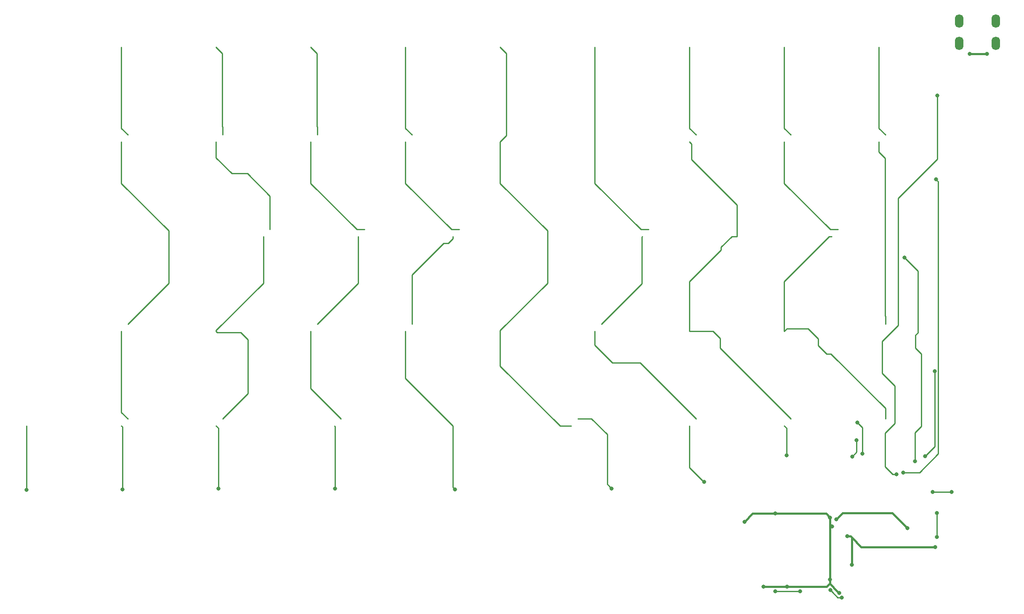
<source format=gtl>
G04 #@! TF.GenerationSoftware,KiCad,Pcbnew,8.0.6*
G04 #@! TF.CreationDate,2024-11-15T12:23:49-07:00*
G04 #@! TF.ProjectId,kicadNEWXboard,6b696361-644e-4455-9758-626f6172642e,rev?*
G04 #@! TF.SameCoordinates,Original*
G04 #@! TF.FileFunction,Copper,L1,Top*
G04 #@! TF.FilePolarity,Positive*
%FSLAX46Y46*%
G04 Gerber Fmt 4.6, Leading zero omitted, Abs format (unit mm)*
G04 Created by KiCad (PCBNEW 8.0.6) date 2024-11-15 12:23:49*
%MOMM*%
%LPD*%
G01*
G04 APERTURE LIST*
G04 #@! TA.AperFunction,ComponentPad*
%ADD10O,1.700000X2.700000*%
G04 #@! TD*
G04 #@! TA.AperFunction,ViaPad*
%ADD11C,0.800000*%
G04 #@! TD*
G04 #@! TA.AperFunction,Conductor*
%ADD12C,0.381000*%
G04 #@! TD*
G04 #@! TA.AperFunction,Conductor*
%ADD13C,0.254000*%
G04 #@! TD*
G04 APERTURE END LIST*
D10*
X228252000Y-32440000D03*
X235552000Y-32440000D03*
X235552000Y-27940000D03*
X228252000Y-27940000D03*
D11*
X206597250Y-137318750D03*
X205743240Y-131572000D03*
X223393000Y-133731000D03*
X202628500Y-129571750D03*
X202247500Y-140239750D03*
X202247500Y-127793750D03*
X203517500Y-128174750D03*
X185039000Y-128651000D03*
X217805000Y-129921000D03*
X193579762Y-141732000D03*
X188849000Y-141731998D03*
X204106500Y-143002927D03*
X191262000Y-127000000D03*
X215582500Y-119094250D03*
X223837500Y-42894250D03*
X216999867Y-118733617D03*
X223583500Y-59785250D03*
X230308671Y-34544000D03*
X233807000Y-34544000D03*
X40576500Y-122269250D03*
X59880500Y-122142250D03*
X223774000Y-131699000D03*
X223774000Y-126873000D03*
X204616041Y-143863387D03*
X202311000Y-142413368D03*
X226701067Y-122688067D03*
X222885000Y-122681992D03*
X191262000Y-142621000D03*
X196215000Y-142621000D03*
X217233500Y-75533250D03*
X219329000Y-116459000D03*
X223300990Y-98393250D03*
X221361000Y-115443000D03*
X79184500Y-122015250D03*
X102679500Y-122015250D03*
X126809500Y-122142250D03*
X158305500Y-121935968D03*
X176911000Y-120650000D03*
X193484500Y-115284250D03*
X206692500Y-115538250D03*
X207581500Y-112236250D03*
X208724500Y-114966651D03*
X207708500Y-108680250D03*
D12*
X206597250Y-137318750D02*
X206597250Y-131822760D01*
X206346490Y-131572000D02*
X206308925Y-131572000D01*
X206597250Y-131822760D02*
X206346490Y-131572000D01*
X206308925Y-131572000D02*
X205743240Y-131572000D01*
X222827315Y-133731000D02*
X223393000Y-133731000D01*
X206597250Y-131822760D02*
X208505490Y-133731000D01*
X222123000Y-133731000D02*
X222504000Y-133731000D01*
X222123000Y-133731000D02*
X222827315Y-133731000D01*
X208505490Y-133731000D02*
X222123000Y-133731000D01*
X202247500Y-129190750D02*
X202628500Y-129571750D01*
X202247500Y-140239750D02*
X202247500Y-140747750D01*
X202247500Y-127793750D02*
X202247500Y-129190750D01*
X204787500Y-126904750D02*
X203517500Y-128174750D01*
X202247500Y-129190750D02*
X202247500Y-140239750D01*
X204787500Y-126904750D02*
X209518250Y-126904750D01*
X209518250Y-126904750D02*
X214788750Y-126904750D01*
X214788750Y-126904750D02*
X217805000Y-129921000D01*
X193579748Y-141731998D02*
X189414685Y-141731998D01*
X193579750Y-141732000D02*
X193579748Y-141731998D01*
X189414685Y-141731998D02*
X188849000Y-141731998D01*
X203706501Y-142602928D02*
X204106500Y-143002927D01*
X202247500Y-141143927D02*
X203706501Y-142602928D01*
X202247500Y-140747750D02*
X202247500Y-141143927D01*
X194056000Y-141732000D02*
X193579762Y-141732000D01*
X202247500Y-141033500D02*
X201549000Y-141732000D01*
X202247500Y-140747750D02*
X202247500Y-141033500D01*
X201549000Y-141732000D02*
X194056000Y-141732000D01*
X185039000Y-128651000D02*
X186690000Y-127000000D01*
X186690000Y-127000000D02*
X190696315Y-127000000D01*
X190696315Y-127000000D02*
X191262000Y-127000000D01*
X202247500Y-127793750D02*
X201453750Y-127000000D01*
X191827685Y-127000000D02*
X191262000Y-127000000D01*
X201453750Y-127000000D02*
X191827685Y-127000000D01*
D13*
X215955899Y-63556453D02*
X223837500Y-55674852D01*
X215955899Y-89129851D02*
X215955899Y-63556453D01*
X212725000Y-92360750D02*
X215955899Y-89129851D01*
X212725000Y-98806000D02*
X212725000Y-92360750D01*
X214831838Y-119094250D02*
X213350499Y-117612911D01*
X215582500Y-119094250D02*
X214831838Y-119094250D01*
X223837500Y-55674852D02*
X223837500Y-42894250D01*
X213350499Y-117612911D02*
X213350499Y-110766409D01*
X213350499Y-110766409D02*
X215244161Y-108872747D01*
X215244161Y-108872747D02*
X215244161Y-101325161D01*
X215244161Y-101325161D02*
X212725000Y-98806000D01*
X224028000Y-114935000D02*
X224028000Y-60229750D01*
X224028000Y-60229750D02*
X223583500Y-59785250D01*
X216999867Y-118733617D02*
X220229383Y-118733617D01*
X220229383Y-118733617D02*
X224028000Y-114935000D01*
D12*
X230308671Y-34544000D02*
X233807000Y-34544000D01*
D13*
X40640000Y-109378750D02*
X40576500Y-109442250D01*
X40576500Y-109442250D02*
X40576500Y-121703565D01*
X40576500Y-121703565D02*
X40576500Y-122269250D01*
X59690000Y-49458750D02*
X61000000Y-50768750D01*
X59690000Y-33178750D02*
X59690000Y-49458750D01*
X69215000Y-70099740D02*
X69215000Y-71278750D01*
X59690000Y-60574740D02*
X69215000Y-70099740D01*
X59690000Y-52228750D02*
X59690000Y-60574740D01*
X69215000Y-80653750D02*
X61000000Y-88868750D01*
X69215000Y-71278750D02*
X69215000Y-80653750D01*
X59690000Y-106608750D02*
X61000000Y-107918750D01*
X59690000Y-90328750D02*
X59690000Y-106608750D01*
X59690000Y-109378750D02*
X59880500Y-109569250D01*
X59880500Y-121576565D02*
X59880500Y-122142250D01*
X59880500Y-109569250D02*
X59880500Y-121576565D01*
X223774000Y-131699000D02*
X223774000Y-126873000D01*
X204616041Y-143863387D02*
X203761019Y-143863387D01*
X203761019Y-143863387D02*
X202710999Y-142813367D01*
X202710999Y-142813367D02*
X202311000Y-142413368D01*
X226701067Y-122688067D02*
X222891075Y-122688067D01*
X222891075Y-122688067D02*
X222885000Y-122681992D01*
X191262000Y-142621000D02*
X196215000Y-142621000D01*
X219329000Y-110744000D02*
X219329000Y-115893315D01*
X220599000Y-109474000D02*
X219329000Y-110744000D01*
X219892001Y-78191751D02*
X219892001Y-90622999D01*
X219329000Y-115893315D02*
X219329000Y-116459000D01*
X217233500Y-75533250D02*
X219892001Y-78191751D01*
X219892001Y-90622999D02*
X219456000Y-91059000D01*
X219456000Y-91059000D02*
X219456000Y-93726000D01*
X219456000Y-93726000D02*
X220599000Y-94869000D01*
X220599000Y-94869000D02*
X220599000Y-109474000D01*
X223300990Y-113503010D02*
X221760999Y-115043001D01*
X221760999Y-115043001D02*
X221361000Y-115443000D01*
X223300990Y-98393250D02*
X223300990Y-113503010D01*
X80050000Y-49177760D02*
X80050000Y-50768750D01*
X80000499Y-49128259D02*
X80050000Y-49177760D01*
X80000499Y-34439249D02*
X80000499Y-49128259D01*
X78740000Y-33178750D02*
X80000499Y-34439249D01*
X89575000Y-68227760D02*
X89575000Y-69818750D01*
X89575000Y-63110148D02*
X89575000Y-68227760D01*
X85034101Y-58569249D02*
X89575000Y-63110148D01*
X81894161Y-58569249D02*
X85034101Y-58569249D01*
X78740000Y-55415088D02*
X81894161Y-58569249D01*
X78740000Y-52228750D02*
X78740000Y-55415088D01*
X78740000Y-90178750D02*
X78740000Y-90328750D01*
X88265000Y-80653750D02*
X78740000Y-90178750D01*
X88265000Y-71278750D02*
X88265000Y-80653750D01*
X81174999Y-106793751D02*
X80050000Y-107918750D01*
X85099501Y-102869249D02*
X81174999Y-106793751D01*
X85099501Y-91983317D02*
X85099501Y-102869249D01*
X83664033Y-90547849D02*
X85099501Y-91983317D01*
X78959099Y-90547849D02*
X83664033Y-90547849D01*
X78740000Y-90328750D02*
X78959099Y-90547849D01*
X79184500Y-109823250D02*
X79184500Y-121449565D01*
X79184500Y-121449565D02*
X79184500Y-122015250D01*
X78740000Y-109378750D02*
X79184500Y-109823250D01*
X99100000Y-49177760D02*
X99100000Y-50768750D01*
X99050499Y-49128259D02*
X99100000Y-49177760D01*
X99050499Y-34439249D02*
X99050499Y-49128259D01*
X97790000Y-33178750D02*
X99050499Y-34439249D01*
X107034010Y-69818750D02*
X108625000Y-69818750D01*
X97790000Y-60574740D02*
X107034010Y-69818750D01*
X97790000Y-52228750D02*
X97790000Y-60574740D01*
X107315000Y-80653750D02*
X99100000Y-88868750D01*
X107315000Y-71278750D02*
X107315000Y-80653750D01*
X97790000Y-101846250D02*
X103862500Y-107918750D01*
X97790000Y-90328750D02*
X97790000Y-101846250D01*
X102552500Y-109378750D02*
X102679500Y-109505750D01*
X102679500Y-109505750D02*
X102679500Y-121449565D01*
X102679500Y-121449565D02*
X102679500Y-122015250D01*
X116840000Y-49458750D02*
X118150000Y-50768750D01*
X116840000Y-33178750D02*
X116840000Y-49458750D01*
X126084010Y-69818750D02*
X127675000Y-69818750D01*
X116840000Y-60574740D02*
X126084010Y-69818750D01*
X116840000Y-52228750D02*
X116840000Y-60574740D01*
X118150000Y-87277760D02*
X118150000Y-88868750D01*
X118150000Y-78984788D02*
X118150000Y-87277760D01*
X124518039Y-72616749D02*
X118150000Y-78984788D01*
X125408001Y-72616749D02*
X124518039Y-72616749D01*
X126365000Y-71659750D02*
X125408001Y-72616749D01*
X126365000Y-71278750D02*
X126365000Y-71659750D01*
X116772001Y-99785751D02*
X126365000Y-109378750D01*
X116772001Y-90396749D02*
X116772001Y-99785751D01*
X116840000Y-90328750D02*
X116772001Y-90396749D01*
X126365000Y-109378750D02*
X126365000Y-121697750D01*
X126409501Y-121742251D02*
X126809500Y-122142250D01*
X126365000Y-121697750D02*
X126409501Y-121742251D01*
X137150499Y-50968251D02*
X135890000Y-52228750D01*
X137150499Y-34439249D02*
X137150499Y-50968251D01*
X135890000Y-33178750D02*
X137150499Y-34439249D01*
X145415000Y-70099740D02*
X145415000Y-71278750D01*
X135890000Y-60574740D02*
X145415000Y-70099740D01*
X135890000Y-52228750D02*
X135890000Y-60574740D01*
X135890000Y-90178750D02*
X135890000Y-90328750D01*
X145415000Y-80653750D02*
X135890000Y-90178750D01*
X145415000Y-71278750D02*
X145415000Y-80653750D01*
X147966338Y-109378750D02*
X150177500Y-109378750D01*
X135890000Y-97302412D02*
X147966338Y-109378750D01*
X135890000Y-90328750D02*
X135890000Y-97302412D01*
X157905501Y-121535969D02*
X158305500Y-121935968D01*
X154242000Y-107918750D02*
X157416500Y-111093250D01*
X157416500Y-111093250D02*
X157416500Y-121046968D01*
X157416500Y-121046968D02*
X157905501Y-121535969D01*
X151487500Y-107918750D02*
X154242000Y-107918750D01*
X154940000Y-33178750D02*
X154940000Y-52228750D01*
X157374999Y-87743751D02*
X156250000Y-88868750D01*
X164397001Y-80721749D02*
X157374999Y-87743751D01*
X164397001Y-71346749D02*
X164397001Y-80721749D01*
X164465000Y-71278750D02*
X164397001Y-71346749D01*
X174175001Y-106793751D02*
X175300000Y-107918750D01*
X164050499Y-96669249D02*
X174175001Y-106793751D01*
X158486499Y-96669249D02*
X164050499Y-96669249D01*
X154940000Y-93122750D02*
X158486499Y-96669249D01*
X154940000Y-90328750D02*
X154940000Y-93122750D01*
X173990000Y-117729000D02*
X176511001Y-120250001D01*
X176511001Y-120250001D02*
X176911000Y-120650000D01*
X173990000Y-109378750D02*
X173990000Y-117729000D01*
X164184010Y-69818750D02*
X165775000Y-69818750D01*
X154940000Y-52228750D02*
X154940000Y-60574740D01*
X154940000Y-60574740D02*
X164184010Y-69818750D01*
X173990000Y-49458750D02*
X175300000Y-50768750D01*
X173990000Y-33178750D02*
X173990000Y-49458750D01*
X193225001Y-106793751D02*
X194350000Y-107918750D01*
X180120901Y-93689651D02*
X193225001Y-106793751D01*
X180120901Y-91754717D02*
X180120901Y-93689651D01*
X178694934Y-90328750D02*
X180120901Y-91754717D01*
X173990000Y-90328750D02*
X178694934Y-90328750D01*
X193484500Y-109823250D02*
X193040000Y-109378750D01*
X193484500Y-115284250D02*
X193484500Y-109823250D01*
X183515000Y-64897000D02*
X183515000Y-71278750D01*
X174371000Y-55753000D02*
X183515000Y-64897000D01*
X173990000Y-52228750D02*
X174371000Y-52609750D01*
X174371000Y-52609750D02*
X174371000Y-55753000D01*
X173990000Y-80294788D02*
X173990000Y-90328750D01*
X180340000Y-73944788D02*
X173990000Y-80294788D01*
X180340000Y-73406000D02*
X180340000Y-73944788D01*
X183515000Y-71278750D02*
X182467250Y-71278750D01*
X182467250Y-71278750D02*
X180340000Y-73406000D01*
X193040000Y-49458750D02*
X194350000Y-50768750D01*
X193040000Y-33178750D02*
X193040000Y-49458750D01*
X202284010Y-69818750D02*
X203875000Y-69818750D01*
X193040000Y-60574740D02*
X202284010Y-69818750D01*
X193040000Y-52228750D02*
X193040000Y-60574740D01*
X193040000Y-80294788D02*
X193040000Y-90328750D01*
X202056038Y-71278750D02*
X193040000Y-80294788D01*
X202565000Y-71278750D02*
X202056038Y-71278750D01*
X206692500Y-115538250D02*
X207581500Y-114649250D01*
X207581500Y-114649250D02*
X207581500Y-112236250D01*
X213400000Y-106327760D02*
X213400000Y-107918750D01*
X213400000Y-105831000D02*
X213400000Y-106327760D01*
X202438000Y-94869000D02*
X213400000Y-105831000D01*
X193579750Y-89789000D02*
X197866000Y-89789000D01*
X193040000Y-90328750D02*
X193579750Y-89789000D01*
X197866000Y-89789000D02*
X199898000Y-91821000D01*
X199898000Y-91821000D02*
X199898000Y-93218000D01*
X199898000Y-93218000D02*
X201549000Y-94869000D01*
X201549000Y-94869000D02*
X202438000Y-94869000D01*
X212090000Y-49458750D02*
X213400000Y-50768750D01*
X212090000Y-33178750D02*
X212090000Y-49458750D01*
X213400000Y-87277760D02*
X213400000Y-88868750D01*
X213350499Y-87228259D02*
X213400000Y-87277760D01*
X213350499Y-55521249D02*
X213350499Y-87228259D01*
X212090000Y-54260750D02*
X213350499Y-55521249D01*
X212090000Y-52228750D02*
X212090000Y-54260750D01*
X208724500Y-114966651D02*
X208724500Y-109696250D01*
X208724500Y-109696250D02*
X207708500Y-108680250D01*
M02*

</source>
